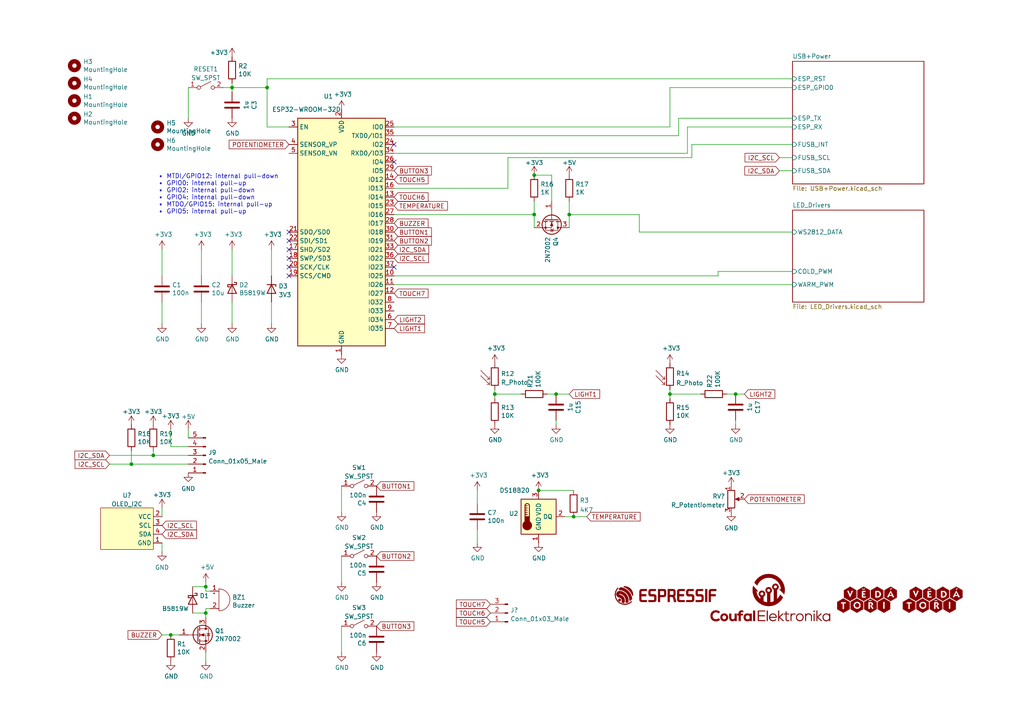
<source format=kicad_sch>
(kicad_sch (version 20211123) (generator eeschema)
  (paper "A4")
  (lib_symbols
    (symbol "Connector:Conn_01x03_Male" (pin_names (offset 1.016) hide)
      (property "Reference" "J" (at 0 5.08 0))
      (property "Value" "Conn_01x03_Male" (at 0 -5.08 0))
      (symbol "Conn_01x03_Male_1_1"
        (pin passive line (at 5.08 2.54 180) (length 3.81) (name "Pin_1") (number "1"))
        (pin passive line (at 5.08 0 180) (length 3.81) (name "Pin_2") (number "2"))
        (pin passive line (at 5.08 -2.54 180) (length 3.81) (name "Pin_3") (number "3"))
      )
    )
    (symbol "Connector:Conn_01x05_Male" (pin_names (offset 1.016) hide)
      (property "Reference" "J" (at 0 7.62 0))
      (property "Value" "Conn_01x05_Male" (at 0 -7.62 0))
      (symbol "Conn_01x05_Male_1_1"
        (pin passive line (at 5.08 5.08 180) (length 3.81) (name "Pin_1") (number "1"))
        (pin passive line (at 5.08 2.54 180) (length 3.81) (name "Pin_2") (number "2"))
        (pin passive line (at 5.08 0 180) (length 3.81) (name "Pin_3") (number "3"))
        (pin passive line (at 5.08 -2.54 180) (length 3.81) (name "Pin_4") (number "4"))
        (pin passive line (at 5.08 -5.08 180) (length 3.81) (name "Pin_5") (number "5"))
      )
    )
    (symbol "Device:Buzzer" (pin_names (offset 0.0254) hide)
      (property "Reference" "BZ" (at 3.81 1.27 0))
      (property "Value" "Buzzer" (at 3.81 -1.27 0))
      (symbol "Buzzer_1_1"
        (pin passive line (at -2.54 2.54 0) (length 2.54) (name "-") (number "1"))
        (pin passive line (at -2.54 -2.54 0) (length 2.54) (name "+") (number "2"))
      )
    )
    (symbol "Device:C" (pin_numbers hide) (pin_names (offset 0.254))
      (property "Reference" "C" (at 0.635 2.54 0))
      (property "Value" "C" (at 0.635 -2.54 0))
      (symbol "C_1_1"
        (pin passive line (at 0 3.81 270) (length 2.794) (name "~") (number "1"))
        (pin passive line (at 0 -3.81 90) (length 2.794) (name "~") (number "2"))
      )
    )
    (symbol "Device:D_Schottky" (pin_numbers hide) (pin_names (offset 1.016) hide)
      (property "Reference" "D" (at 0 2.54 0))
      (property "Value" "D_Schottky" (at 0 -2.54 0))
      (symbol "D_Schottky_1_1"
        (pin passive line (at -3.81 0 0) (length 2.54) (name "K") (number "1"))
        (pin passive line (at 3.81 0 180) (length 2.54) (name "A") (number "2"))
      )
    )
    (symbol "Device:D_Zener" (pin_numbers hide) (pin_names (offset 1.016) hide)
      (property "Reference" "D" (at 0 2.54 0))
      (property "Value" "D_Zener" (at 0 -2.54 0))
      (symbol "D_Zener_1_1"
        (pin passive line (at -3.81 0 0) (length 2.54) (name "K") (number "1"))
        (pin passive line (at 3.81 0 180) (length 2.54) (name "A") (number "2"))
      )
    )
    (symbol "Device:R" (pin_numbers hide) (pin_names (offset 0))
      (property "Reference" "R" (at 2.032 0 90))
      (property "Value" "R" (at 0 0 90))
      (symbol "R_1_1"
        (pin passive line (at 0 3.81 270) (length 1.27) (name "~") (number "1"))
        (pin passive line (at 0 -3.81 90) (length 1.27) (name "~") (number "2"))
      )
    )
    (symbol "Device:R_Photo" (pin_numbers hide) (pin_names (offset 0))
      (property "Reference" "R" (at 1.27 1.27 0))
      (property "Value" "R_Photo" (at 1.27 0 0))
      (symbol "R_Photo_1_1"
        (pin passive line (at 0 3.81 270) (length 1.27) (name "~") (number "1"))
        (pin passive line (at 0 -3.81 90) (length 1.27) (name "~") (number "2"))
      )
    )
    (symbol "Device:R_Potentiometer" (pin_names (offset 1.016) hide)
      (property "Reference" "RV" (at -4.445 0 90))
      (property "Value" "R_Potentiometer" (at -2.54 0 90))
      (symbol "R_Potentiometer_1_1"
        (pin passive line (at 0 3.81 270) (length 1.27) (name "1") (number "1"))
        (pin passive line (at 3.81 0 180) (length 1.27) (name "2") (number "2"))
        (pin passive line (at 0 -3.81 90) (length 1.27) (name "3") (number "3"))
      )
    )
    (symbol "Mechanical:MountingHole" (pin_names (offset 1.016))
      (property "Reference" "H" (at 0 5.08 0))
      (property "Value" "MountingHole" (at 0 3.175 0))
    )
    (symbol "PaLampa_Library:OLED_I2C"
      (property "Reference" "U" (at -0.635 7.62 0))
      (property "Value" "OLED_I2C" (at -3.81 0 0))
      (symbol "OLED_I2C_1_1"
        (pin input line (at 8.89 -3.81 180) (length 2.54) (name "GND") (number "1"))
        (pin input line (at 8.89 3.81 180) (length 2.54) (name "VCC") (number "2"))
        (pin input line (at 8.89 1.27 180) (length 2.54) (name "SCL") (number "3"))
        (pin input line (at 8.89 -1.27 180) (length 2.54) (name "SDA") (number "4"))
      )
    )
    (symbol "RF_Module:ESP32-WROOM-32D"
      (property "Reference" "U" (at -12.7 34.29 0))
      (property "Value" "ESP32-WROOM-32D" (at 1.27 34.29 0))
      (symbol "ESP32-WROOM-32D_1_1"
        (pin power_in line (at 0 -35.56 90) (length 2.54) (name "GND") (number "1"))
        (pin bidirectional line (at 15.24 -12.7 180) (length 2.54) (name "IO25") (number "10"))
        (pin bidirectional line (at 15.24 -15.24 180) (length 2.54) (name "IO26") (number "11"))
        (pin bidirectional line (at 15.24 -17.78 180) (length 2.54) (name "IO27") (number "12"))
        (pin bidirectional line (at 15.24 10.16 180) (length 2.54) (name "IO14") (number "13"))
        (pin bidirectional line (at 15.24 15.24 180) (length 2.54) (name "IO12") (number "14"))
        (pin passive line (at 0 -35.56 90) (length 2.54) hide (name "GND") (number "15"))
        (pin bidirectional line (at 15.24 12.7 180) (length 2.54) (name "IO13") (number "16"))
        (pin bidirectional line (at -15.24 -5.08 0) (length 2.54) (name "SHD/SD2") (number "17"))
        (pin bidirectional line (at -15.24 -7.62 0) (length 2.54) (name "SWP/SD3") (number "18"))
        (pin bidirectional line (at -15.24 -12.7 0) (length 2.54) (name "SCS/CMD") (number "19"))
        (pin power_in line (at 0 35.56 270) (length 2.54) (name "VDD") (number "2"))
        (pin bidirectional line (at -15.24 -10.16 0) (length 2.54) (name "SCK/CLK") (number "20"))
        (pin bidirectional line (at -15.24 0 0) (length 2.54) (name "SDO/SD0") (number "21"))
        (pin bidirectional line (at -15.24 -2.54 0) (length 2.54) (name "SDI/SD1") (number "22"))
        (pin bidirectional line (at 15.24 7.62 180) (length 2.54) (name "IO15") (number "23"))
        (pin bidirectional line (at 15.24 25.4 180) (length 2.54) (name "IO2") (number "24"))
        (pin bidirectional line (at 15.24 30.48 180) (length 2.54) (name "IO0") (number "25"))
        (pin bidirectional line (at 15.24 20.32 180) (length 2.54) (name "IO4") (number "26"))
        (pin bidirectional line (at 15.24 5.08 180) (length 2.54) (name "IO16") (number "27"))
        (pin bidirectional line (at 15.24 2.54 180) (length 2.54) (name "IO17") (number "28"))
        (pin bidirectional line (at 15.24 17.78 180) (length 2.54) (name "IO5") (number "29"))
        (pin input line (at -15.24 30.48 0) (length 2.54) (name "EN") (number "3"))
        (pin bidirectional line (at 15.24 0 180) (length 2.54) (name "IO18") (number "30"))
        (pin bidirectional line (at 15.24 -2.54 180) (length 2.54) (name "IO19") (number "31"))
        (pin no_connect line (at -12.7 -27.94 0) (length 2.54) hide (name "NC") (number "32"))
        (pin bidirectional line (at 15.24 -5.08 180) (length 2.54) (name "IO21") (number "33"))
        (pin bidirectional line (at 15.24 22.86 180) (length 2.54) (name "RXD0/IO3") (number "34"))
        (pin bidirectional line (at 15.24 27.94 180) (length 2.54) (name "TXD0/IO1") (number "35"))
        (pin bidirectional line (at 15.24 -7.62 180) (length 2.54) (name "IO22") (number "36"))
        (pin bidirectional line (at 15.24 -10.16 180) (length 2.54) (name "IO23") (number "37"))
        (pin passive line (at 0 -35.56 90) (length 2.54) hide (name "GND") (number "38"))
        (pin passive line (at 0 -35.56 90) (length 2.54) hide (name "GND") (number "39"))
        (pin input line (at -15.24 25.4 0) (length 2.54) (name "SENSOR_VP") (number "4"))
        (pin input line (at -15.24 22.86 0) (length 2.54) (name "SENSOR_VN") (number "5"))
        (pin input line (at 15.24 -25.4 180) (length 2.54) (name "IO34") (number "6"))
        (pin input line (at 15.24 -27.94 180) (length 2.54) (name "IO35") (number "7"))
        (pin bidirectional line (at 15.24 -20.32 180) (length 2.54) (name "IO32") (number "8"))
        (pin bidirectional line (at 15.24 -22.86 180) (length 2.54) (name "IO33") (number "9"))
      )
    )
    (symbol "Sensor_Temperature:DS18B20" (pin_names (offset 1.016))
      (property "Reference" "U" (at -3.81 6.35 0))
      (property "Value" "DS18B20" (at 6.35 6.35 0))
      (symbol "DS18B20_1_1"
        (pin power_in line (at 0 -7.62 90) (length 2.54) (name "GND") (number "1"))
        (pin bidirectional line (at 7.62 0 180) (length 2.54) (name "DQ") (number "2"))
        (pin power_in line (at 0 7.62 270) (length 2.54) (name "VDD") (number "3"))
      )
    )
    (symbol "Switch:SW_SPST" (pin_names (offset 0) hide)
      (property "Reference" "SW" (at 0 3.175 0))
      (property "Value" "SW_SPST" (at 0 -2.54 0))
      (symbol "SW_SPST_1_1"
        (pin passive line (at -5.08 0 0) (length 2.54) (name "A") (number "1"))
        (pin passive line (at 5.08 0 180) (length 2.54) (name "B") (number "2"))
      )
    )
    (symbol "Time-O-Mat_Library:CoufalElektronika_logo" (pin_names (offset 1.016)))
    (symbol "Time-O-Mat_Library:Espressif_logo" (pin_names (offset 1.016)))
    (symbol "Time-O-Mat_Library:Vedatori_logo" (pin_names (offset 1.016)))
    (symbol "Transistor_FET:2N7002" (pin_names hide)
      (property "Reference" "Q" (at 5.08 1.905 0))
      (property "Value" "2N7002" (at 5.08 0 0))
      (symbol "2N7002_1_1"
        (pin input line (at -5.08 0 0) (length 2.54) (name "G") (number "1"))
        (pin passive line (at 2.54 -5.08 90) (length 2.54) (name "S") (number "2"))
        (pin passive line (at 2.54 5.08 270) (length 2.54) (name "D") (number "3"))
      )
    )
    (symbol "power:+3V3" (power) (pin_names (offset 0))
      (property "Value" "+3V3" (at 0 3.556 0))
      (symbol "+3V3_1_1"
        (pin power_in line (at 0 0 90) (length 0) hide (name "+3V3") (number "1"))
      )
    )
    (symbol "power:+5V" (power) (pin_names (offset 0))
      (property "Value" "+5V" (at 0 3.556 0))
      (symbol "+5V_1_1"
        (pin power_in line (at 0 0 90) (length 0) hide (name "+5V") (number "1"))
      )
    )
    (symbol "power:GND" (power) (pin_names (offset 0))
      (property "Value" "GND" (at 0 -3.81 0))
      (symbol "GND_1_1"
        (pin power_in line (at 0 0 270) (length 0) hide (name "GND") (number "1"))
      )
    )
  )
  (junction (at 143.51 114.3))
  (junction (at 161.29 114.3))
  (junction (at 59.69 170.18))
  (junction (at 49.53 184.15))
  (junction (at 156.21 142.24))
  (junction (at 165.1 62.23))
  (junction (at 154.94 50.8))
  (junction (at 166.37 149.86))
  (junction (at 77.47 25.4))
  (junction (at 38.1 134.62))
  (junction (at 213.36 114.3))
  (junction (at 194.31 114.3))
  (junction (at 44.45 132.08))
  (junction (at 59.69 177.8))
  (junction (at 154.94 62.23))
  (junction (at 67.31 25.4))
  (no_connect (at 83.82 69.85))
  (no_connect (at 83.82 72.39))
  (no_connect (at 114.3 77.47))
  (no_connect (at 83.82 74.93))
  (no_connect (at 114.3 46.99))
  (no_connect (at 83.82 80.01))
  (no_connect (at 114.3 41.91))
  (no_connect (at 83.82 77.47))
  (no_connect (at 83.82 67.31))
  (wire (pts (xy 77.47 36.83) (xy 77.47 25.4)))
  (wire (pts (xy 229.87 25.4) (xy 194.31 25.4)))
  (wire (pts (xy 67.31 25.4) (xy 77.47 25.4)))
  (wire (pts (xy 59.69 191.77) (xy 59.69 189.23)))
  (wire (pts (xy 226.06 49.53) (xy 229.87 49.53)))
  (wire (pts (xy 138.43 153.67) (xy 138.43 157.48)))
  (wire (pts (xy 64.77 25.4) (xy 67.31 25.4)))
  (wire (pts (xy 60.96 176.53) (xy 59.69 176.53)))
  (wire (pts (xy 163.83 149.86) (xy 166.37 149.86)))
  (wire (pts (xy 160.02 50.8) (xy 154.94 50.8)))
  (wire (pts (xy 208.28 78.74) (xy 208.28 80.01)))
  (wire (pts (xy 78.74 72.39) (xy 78.74 80.01)))
  (wire (pts (xy 229.87 67.31) (xy 185.42 67.31)))
  (wire (pts (xy 114.3 82.55) (xy 229.87 82.55)))
  (wire (pts (xy 208.28 78.74) (xy 229.87 78.74)))
  (wire (pts (xy 143.51 114.3) (xy 151.13 114.3)))
  (wire (pts (xy 31.75 134.62) (xy 38.1 134.62)))
  (wire (pts (xy 77.47 22.86) (xy 229.87 22.86)))
  (wire (pts (xy 114.3 62.23) (xy 154.94 62.23)))
  (wire (pts (xy 161.29 114.3) (xy 165.1 114.3)))
  (wire (pts (xy 185.42 67.31) (xy 185.42 62.23)))
  (wire (pts (xy 54.61 124.46) (xy 54.61 127)))
  (wire (pts (xy 229.87 41.91) (xy 200.66 41.91)))
  (wire (pts (xy 196.85 34.29) (xy 196.85 39.37)))
  (wire (pts (xy 59.69 171.45) (xy 60.96 171.45)))
  (wire (pts (xy 154.94 58.42) (xy 154.94 62.23)))
  (wire (pts (xy 138.43 146.05) (xy 138.43 142.24)))
  (wire (pts (xy 59.69 170.18) (xy 55.88 170.18)))
  (wire (pts (xy 194.31 113.03) (xy 194.31 114.3)))
  (wire (pts (xy 67.31 93.98) (xy 67.31 87.63)))
  (wire (pts (xy 67.31 80.01) (xy 67.31 72.39)))
  (wire (pts (xy 185.42 62.23) (xy 165.1 62.23)))
  (wire (pts (xy 229.87 36.83) (xy 199.39 36.83)))
  (wire (pts (xy 194.31 114.3) (xy 194.31 115.57)))
  (wire (pts (xy 59.69 168.91) (xy 59.69 170.18)))
  (wire (pts (xy 226.06 45.72) (xy 229.87 45.72)))
  (wire (pts (xy 67.31 26.67) (xy 67.31 25.4)))
  (wire (pts (xy 99.06 181.61) (xy 99.06 189.23)))
  (wire (pts (xy 199.39 44.45) (xy 114.3 44.45)))
  (wire (pts (xy 196.85 39.37) (xy 114.3 39.37)))
  (wire (pts (xy 46.99 80.01) (xy 46.99 72.39)))
  (wire (pts (xy 199.39 36.83) (xy 199.39 44.45)))
  (wire (pts (xy 49.53 129.54) (xy 49.53 124.46)))
  (wire (pts (xy 143.51 114.3) (xy 143.51 115.57)))
  (wire (pts (xy 49.53 184.15) (xy 46.99 184.15)))
  (wire (pts (xy 99.06 140.97) (xy 99.06 148.59)))
  (wire (pts (xy 114.3 80.01) (xy 208.28 80.01)))
  (wire (pts (xy 44.45 132.08) (xy 54.61 132.08)))
  (wire (pts (xy 46.99 87.63) (xy 46.99 93.98)))
  (wire (pts (xy 44.45 130.81) (xy 44.45 132.08)))
  (wire (pts (xy 143.51 113.03) (xy 143.51 114.3)))
  (wire (pts (xy 213.36 114.3) (xy 215.9 114.3)))
  (wire (pts (xy 194.31 25.4) (xy 194.31 36.83)))
  (wire (pts (xy 147.32 45.72) (xy 147.32 54.61)))
  (wire (pts (xy 166.37 149.86) (xy 170.18 149.86)))
  (wire (pts (xy 54.61 129.54) (xy 49.53 129.54)))
  (wire (pts (xy 58.42 72.39) (xy 58.42 80.01)))
  (wire (pts (xy 54.61 25.4) (xy 54.61 34.29)))
  (wire (pts (xy 156.21 142.24) (xy 166.37 142.24)))
  (wire (pts (xy 77.47 25.4) (xy 77.47 22.86)))
  (wire (pts (xy 194.31 114.3) (xy 203.2 114.3)))
  (wire (pts (xy 160.02 58.42) (xy 160.02 50.8)))
  (wire (pts (xy 38.1 134.62) (xy 54.61 134.62)))
  (wire (pts (xy 59.69 177.8) (xy 55.88 177.8)))
  (wire (pts (xy 213.36 121.92) (xy 213.36 123.19)))
  (wire (pts (xy 58.42 87.63) (xy 58.42 93.98)))
  (wire (pts (xy 229.87 34.29) (xy 196.85 34.29)))
  (wire (pts (xy 194.31 36.83) (xy 114.3 36.83)))
  (wire (pts (xy 161.29 121.92) (xy 161.29 123.19)))
  (wire (pts (xy 99.06 161.29) (xy 99.06 168.91)))
  (wire (pts (xy 59.69 176.53) (xy 59.69 177.8)))
  (wire (pts (xy 46.99 157.48) (xy 46.99 160.02)))
  (wire (pts (xy 83.82 36.83) (xy 77.47 36.83)))
  (wire (pts (xy 165.1 58.42) (xy 165.1 62.23)))
  (wire (pts (xy 31.75 132.08) (xy 44.45 132.08)))
  (wire (pts (xy 154.94 62.23) (xy 154.94 66.04)))
  (wire (pts (xy 210.82 114.3) (xy 213.36 114.3)))
  (wire (pts (xy 59.69 170.18) (xy 59.69 171.45)))
  (wire (pts (xy 78.74 87.63) (xy 78.74 93.98)))
  (wire (pts (xy 165.1 62.23) (xy 165.1 66.04)))
  (wire (pts (xy 200.66 45.72) (xy 147.32 45.72)))
  (wire (pts (xy 46.99 147.32) (xy 46.99 149.86)))
  (wire (pts (xy 52.07 184.15) (xy 49.53 184.15)))
  (wire (pts (xy 200.66 41.91) (xy 200.66 45.72)))
  (wire (pts (xy 59.69 177.8) (xy 59.69 179.07)))
  (wire (pts (xy 158.75 114.3) (xy 161.29 114.3)))
  (wire (pts (xy 67.31 25.4) (xy 67.31 24.13)))
  (wire (pts (xy 38.1 130.81) (xy 38.1 134.62)))
  (wire (pts (xy 147.32 54.61) (xy 114.3 54.61)))
  (text "• MTDI/GPIO12: internal pull-down\n• GPIO0: internal pull-up\n• GPIO2: internal pull-down\n• GPIO4: internal pull-down\n• MTDO/GPIO15: internal pull-up\n• GPIO5: internal pull-up" (at 45.72 62.23 0) (effects (font (size 1.27 1.27)) (justify left bottom)))
  (global_label "I2C_SDA" (shape input) (at 114.3 72.39 0) (property "Intersheet References" "${INTERSHEET_REFS}" (effects hide)))
  (global_label "LIGHT2" (shape input) (at 114.3 92.71 0) (property "Intersheet References" "${INTERSHEET_REFS}" (effects hide)))
  (global_label "I2C_SCL" (shape input) (at 114.3 74.93 0) (property "Intersheet References" "${INTERSHEET_REFS}" (effects hide)))
  (global_label "BUZZER" (shape input) (at 46.99 184.15 180) (property "Intersheet References" "${INTERSHEET_REFS}" (effects hide)))
  (global_label "TOUCH7" (shape input) (at 114.3 85.09 0) (property "Intersheet References" "${INTERSHEET_REFS}" (effects hide)))
  (global_label "BUTTON2" (shape input) (at 109.22 161.29 0) (property "Intersheet References" "${INTERSHEET_REFS}" (effects hide)))
  (global_label "TOUCH5" (shape input) (at 114.3 52.07 0) (property "Intersheet References" "${INTERSHEET_REFS}" (effects hide)))
  (global_label "POTENTIOMETER" (shape input) (at 83.82 41.91 180) (property "Intersheet References" "${INTERSHEET_REFS}" (effects hide)))
  (global_label "BUTTON3" (shape input) (at 114.3 49.53 0) (property "Intersheet References" "${INTERSHEET_REFS}" (effects hide)))
  (global_label "TOUCH6" (shape input) (at 142.24 177.8 180) (property "Intersheet References" "${INTERSHEET_REFS}" (effects hide)))
  (global_label "TEMPERATURE" (shape input) (at 170.18 149.86 0) (property "Intersheet References" "${INTERSHEET_REFS}" (effects hide)))
  (global_label "POTENTIOMETER" (shape input) (at 215.9 144.78 0) (property "Intersheet References" "${INTERSHEET_REFS}" (effects hide)))
  (global_label "TOUCH6" (shape input) (at 114.3 57.15 0) (property "Intersheet References" "${INTERSHEET_REFS}" (effects hide)))
  (global_label "BUTTON3" (shape input) (at 109.22 181.61 0) (property "Intersheet References" "${INTERSHEET_REFS}" (effects hide)))
  (global_label "BUTTON1" (shape input) (at 109.22 140.97 0) (property "Intersheet References" "${INTERSHEET_REFS}" (effects hide)))
  (global_label "I2C_SDA" (shape input) (at 31.75 132.08 180) (property "Intersheet References" "${INTERSHEET_REFS}" (effects hide)))
  (global_label "I2C_SCL" (shape input) (at 46.99 152.4 0) (property "Intersheet References" "${INTERSHEET_REFS}" (effects hide)))
  (global_label "LIGHT1" (shape input) (at 114.3 95.25 0) (property "Intersheet References" "${INTERSHEET_REFS}" (effects hide)))
  (global_label "BUZZER" (shape input) (at 114.3 64.77 0) (property "Intersheet References" "${INTERSHEET_REFS}" (effects hide)))
  (global_label "BUTTON1" (shape input) (at 114.3 67.31 0) (property "Intersheet References" "${INTERSHEET_REFS}" (effects hide)))
  (global_label "BUTTON2" (shape input) (at 114.3 69.85 0) (property "Intersheet References" "${INTERSHEET_REFS}" (effects hide)))
  (global_label "LIGHT1" (shape input) (at 165.1 114.3 0) (property "Intersheet References" "${INTERSHEET_REFS}" (effects hide)))
  (global_label "TEMPERATURE" (shape input) (at 114.3 59.69 0) (property "Intersheet References" "${INTERSHEET_REFS}" (effects hide)))
  (global_label "I2C_SCL" (shape input) (at 31.75 134.62 180) (property "Intersheet References" "${INTERSHEET_REFS}" (effects hide)))
  (global_label "TOUCH7" (shape input) (at 142.24 175.26 180) (property "Intersheet References" "${INTERSHEET_REFS}" (effects hide)))
  (global_label "LIGHT2" (shape input) (at 215.9 114.3 0) (property "Intersheet References" "${INTERSHEET_REFS}" (effects hide)))
  (global_label "I2C_SCL" (shape input) (at 226.06 45.72 180) (property "Intersheet References" "${INTERSHEET_REFS}" (effects hide)))
  (global_label "I2C_SDA" (shape input) (at 226.06 49.53 180) (property "Intersheet References" "${INTERSHEET_REFS}" (effects hide)))
  (global_label "TOUCH5" (shape input) (at 142.24 180.34 180) (property "Intersheet References" "${INTERSHEET_REFS}" (effects hide)))
  (global_label "I2C_SDA" (shape input) (at 46.99 154.94 0) (property "Intersheet References" "${INTERSHEET_REFS}" (effects hide)))
  (symbol (lib_id "power:GND") (at 161.29 123.19 0) (unit 1)
    (property "Reference" "#PWR0181" (effects hide))
    (property "Value" "GND" (at 161.417 127.5842 0))
  )
  (symbol (lib_id "power:+5V") (at 59.69 168.91 0) (unit 1)
    (property "Reference" "#PWR0124" (effects hide))
    (property "Value" "+5V" (at 60.071 164.5158 0))
  )
  (symbol (lib_id "Switch:SW_SPST") (at 104.14 161.29 0) (unit 1)
    (property "Reference" "SW2" (at 104.14 155.9392 0))
    (property "Value" "SW_SPST" (at 104.14 158.4761 0))
    (property "Footprint" "Button_Switch_THT:SW_PUSH_6mm_H13mm" (effects hide))
  )
  (symbol (lib_id "Transistor_FET:2N7002") (at 160.02 63.5 270) (unit 1)
    (property "Reference" "Q4" (at 161.1884 68.6816 0) (effects (justify left)))
    (property "Value" "2N7002" (at 158.877 68.6816 0) (effects (justify left)))
    (property "Footprint" "Package_TO_SOT_SMD:SOT-23" (effects hide))
    (property "Datasheet" "https://www.onsemi.com/pub/Collateral/NDS7002A-D.PDF" (effects hide))
    (property "LCSC" "C8545" (effects hide))
  )
  (symbol (lib_id "power:+3V3") (at 44.45 123.19 0) (unit 1)
    (property "Reference" "#PWR0170" (effects hide))
    (property "Value" "+3V3" (at 44.45 119.38 0))
  )
  (symbol (lib_id "power:GND") (at 109.22 148.59 0) (unit 1)
    (property "Reference" "#PWR0106" (effects hide))
    (property "Value" "GND" (at 109.347 152.9842 0))
  )
  (symbol (lib_id "Switch:SW_SPST") (at 59.69 25.4 0) (unit 1)
    (property "Reference" "RESET1" (at 59.69 20.0492 0))
    (property "Value" "SW_SPST" (at 59.69 22.5861 0))
    (property "Footprint" "Button_Switch_SMD:SW_SPST_TL3342" (effects hide))
    (property "LCSC" "C318884" (effects hide))
  )
  (symbol (lib_id "PaLampa_Library:OLED_I2C") (at 38.1 153.67 0) (unit 1)
    (property "Reference" "U?" (at 36.83 143.671 0))
    (property "Value" "OLED_I2C" (at 36.83 146.2079 0))
    (property "Footprint" "PaLampa_Library:Display_128x64_096_I2C" (effects hide))
  )
  (symbol (lib_id "power:+3V3") (at 138.43 142.24 0) (unit 1)
    (property "Reference" "#PWR0137" (effects hide))
    (property "Value" "+3V3" (at 138.811 137.8458 0))
  )
  (symbol (lib_id "power:GND") (at 109.22 189.23 0) (unit 1)
    (property "Reference" "#PWR0109" (effects hide))
    (property "Value" "GND" (at 109.347 193.6242 0))
  )
  (symbol (lib_id "Device:C") (at 138.43 149.86 0) (unit 1)
    (property "Reference" "C7" (at 141.351 148.6916 0) (effects (justify left)))
    (property "Value" "100n" (at 141.351 151.003 0) (effects (justify left)))
    (property "Footprint" "Capacitor_SMD:C_0603_1608Metric" (effects hide))
    (property "LCSC" "C14663" (effects hide))
  )
  (symbol (lib_id "power:GND") (at 156.21 157.48 0) (unit 1)
    (property "Reference" "#PWR0140" (effects hide))
    (property "Value" "GND" (at 156.337 161.8742 0))
  )
  (symbol (lib_id "power:GND") (at 46.99 160.02 0) (unit 1)
    (property "Reference" "#PWR?" (effects hide))
    (property "Value" "GND" (at 46.99 164.5825 0))
  )
  (symbol (lib_id "Mechanical:MountingHole") (at 21.59 34.29 0) (unit 1)
    (property "Reference" "H2" (at 24.13 33.1216 0) (effects (justify left)))
    (property "Value" "MountingHole" (at 24.13 35.433 0) (effects (justify left)))
    (property "Footprint" "MountingHole:MountingHole_3.2mm_M3" (effects hide))
  )
  (symbol (lib_id "power:GND") (at 109.22 168.91 0) (unit 1)
    (property "Reference" "#PWR0107" (effects hide))
    (property "Value" "GND" (at 109.347 173.3042 0))
  )
  (symbol (lib_id "Switch:SW_SPST") (at 104.14 140.97 0) (unit 1)
    (property "Reference" "SW1" (at 104.14 135.6192 0))
    (property "Value" "SW_SPST" (at 104.14 138.1561 0))
    (property "Footprint" "Button_Switch_THT:SW_PUSH_6mm_H13mm" (effects hide))
  )
  (symbol (lib_id "power:+3V3") (at 194.31 105.41 0) (unit 1)
    (property "Reference" "#PWR0164" (effects hide))
    (property "Value" "+3V3" (at 194.691 101.0158 0))
  )
  (symbol (lib_id "Device:C") (at 67.31 30.48 180) (unit 1)
    (property "Reference" "C3" (at 73.7108 30.48 90))
    (property "Value" "1u" (at 71.3994 30.48 90))
    (property "Footprint" "Capacitor_SMD:C_0603_1608Metric" (effects hide))
    (property "LCSC" "C15849" (effects hide))
  )
  (symbol (lib_id "Device:R") (at 165.1 54.61 0) (unit 1)
    (property "Reference" "R17" (at 166.878 53.4416 0) (effects (justify left)))
    (property "Value" "1K" (at 166.878 55.753 0) (effects (justify left)))
    (property "Footprint" "Resistor_SMD:R_0603_1608Metric" (effects hide))
    (property "LCSC" "C21190" (effects hide))
  )
  (symbol (lib_id "power:GND") (at 138.43 157.48 0) (unit 1)
    (property "Reference" "#PWR0138" (effects hide))
    (property "Value" "GND" (at 138.557 161.8742 0))
  )
  (symbol (lib_id "power:+3V3") (at 156.21 142.24 0) (unit 1)
    (property "Reference" "#PWR0136" (effects hide))
    (property "Value" "+3V3" (at 156.591 137.8458 0))
  )
  (symbol (lib_id "Device:C") (at 109.22 144.78 180) (unit 1)
    (property "Reference" "C4" (at 106.299 145.9484 0) (effects (justify left)))
    (property "Value" "100n" (at 106.299 143.637 0) (effects (justify left)))
    (property "Footprint" "Capacitor_SMD:C_0603_1608Metric" (effects hide))
    (property "LCSC" "C14663" (effects hide))
  )
  (symbol (lib_id "power:+3V3") (at 78.74 72.39 0) (unit 1)
    (property "Reference" "#PWR0154" (effects hide))
    (property "Value" "+3V3" (at 79.121 67.9958 0))
  )
  (symbol (lib_id "power:GND") (at 67.31 34.29 0) (unit 1)
    (property "Reference" "#PWR0132" (effects hide))
    (property "Value" "GND" (at 67.437 38.6842 0))
  )
  (symbol (lib_id "Mechanical:MountingHole") (at 21.59 19.05 0) (unit 1)
    (property "Reference" "H3" (at 24.13 17.8816 0) (effects (justify left)))
    (property "Value" "MountingHole" (at 24.13 20.193 0) (effects (justify left)))
    (property "Footprint" "MountingHole:MountingHole_3.2mm_M3" (effects hide))
  )
  (symbol (lib_id "power:+3V3") (at 99.06 31.75 0) (unit 1)
    (property "Reference" "#PWR0115" (effects hide))
    (property "Value" "+3V3" (at 99.441 27.3558 0))
  )
  (symbol (lib_id "Time-O-Mat_Library:Espressif_logo") (at 193.04 172.72 0) (unit 1)
    (property "Reference" "G5" (effects hide))
    (property "Value" "Espressif_logo" (effects hide))
    (property "Footprint" "Time-O-Mat_Library:Espressif_logo_30mm" (effects hide))
  )
  (symbol (lib_id "Connector:Conn_01x05_Male") (at 59.69 132.08 180) (unit 1)
    (property "Reference" "J9" (at 60.4012 131.2453 0) (effects (justify right)))
    (property "Value" "Conn_01x05_Male" (at 60.4012 133.7822 0) (effects (justify right)))
    (property "Footprint" "Connector_PinHeader_2.54mm:PinHeader_1x05_P2.54mm_Vertical" (effects hide))
  )
  (symbol (lib_id "power:GND") (at 99.06 102.87 0) (unit 1)
    (property "Reference" "#PWR0116" (effects hide))
    (property "Value" "GND" (at 99.187 107.2642 0))
  )
  (symbol (lib_id "Device:C") (at 161.29 118.11 180) (unit 1)
    (property "Reference" "C15" (at 167.6908 118.11 90))
    (property "Value" "1u" (at 165.3794 118.11 90))
    (property "Footprint" "Capacitor_SMD:C_0603_1608Metric" (effects hide))
    (property "LCSC" "C15849" (effects hide))
  )
  (symbol (lib_id "Time-O-Mat_Library:Vedatori_logo") (at 251.46 173.99 0) (unit 1)
    (property "Reference" "G2" (effects hide))
    (property "Value" "Vedatori_logo" (effects hide))
    (property "Footprint" "Time-O-Mat_Library:Vedatori_15mm" (effects hide))
  )
  (symbol (lib_id "power:+3V3") (at 46.99 147.32 0) (unit 1)
    (property "Reference" "#PWR?" (effects hide))
    (property "Value" "+3V3" (at 46.99 143.51 0))
  )
  (symbol (lib_id "Mechanical:MountingHole") (at 21.59 24.13 0) (unit 1)
    (property "Reference" "H4" (at 24.13 22.9616 0) (effects (justify left)))
    (property "Value" "MountingHole" (at 24.13 25.273 0) (effects (justify left)))
    (property "Footprint" "MountingHole:MountingHole_3.2mm_M3" (effects hide))
  )
  (symbol (lib_id "Device:C") (at 109.22 165.1 180) (unit 1)
    (property "Reference" "C5" (at 106.299 166.2684 0) (effects (justify left)))
    (property "Value" "100n" (at 106.299 163.957 0) (effects (justify left)))
    (property "Footprint" "Capacitor_SMD:C_0603_1608Metric" (effects hide))
    (property "LCSC" "C14663" (effects hide))
  )
  (symbol (lib_id "power:GND") (at 67.31 93.98 0) (unit 1)
    (property "Reference" "#PWR0134" (effects hide))
    (property "Value" "GND" (at 67.437 98.3742 0))
  )
  (symbol (lib_id "power:GND") (at 99.06 168.91 0) (unit 1)
    (property "Reference" "#PWR0108" (effects hide))
    (property "Value" "GND" (at 99.187 173.3042 0))
  )
  (symbol (lib_id "power:+3V3") (at 154.94 50.8 0) (unit 1)
    (property "Reference" "#PWR0167" (effects hide))
    (property "Value" "+3V3" (at 154.94 47.1955 0))
  )
  (symbol (lib_id "Mechanical:MountingHole") (at 45.72 36.83 0) (unit 1)
    (property "Reference" "H5" (at 48.26 35.6616 0) (effects (justify left)))
    (property "Value" "MountingHole" (at 48.26 37.973 0) (effects (justify left)))
    (property "Footprint" "MountingHole:MountingHole_3.2mm_M3" (effects hide))
  )
  (symbol (lib_id "Device:D_Schottky") (at 67.31 83.82 270) (unit 1)
    (property "Reference" "D2" (at 69.342 82.6516 90) (effects (justify left)))
    (property "Value" "B5819W" (at 69.342 84.963 90) (effects (justify left)))
    (property "Footprint" "Diode_SMD:D_SOD-123" (effects hide))
    (property "LCSC" "C8598" (effects hide))
  )
  (symbol (lib_id "Device:R_Photo") (at 194.31 109.22 0) (unit 1)
    (property "Reference" "R14" (at 196.088 108.3115 0) (effects (justify left)))
    (property "Value" "R_Photo" (at 196.088 111.0866 0) (effects (justify left)))
    (property "Footprint" "OptoDevice:R_LDR_5.1x4.3mm_P3.4mm_Vertical" (effects hide))
  )
  (symbol (lib_id "power:+3V3") (at 212.09 140.97 0) (unit 1)
    (property "Reference" "#PWR?" (effects hide))
    (property "Value" "+3V3" (at 212.09 137.16 0))
  )
  (symbol (lib_id "power:+3V3") (at 67.31 16.51 0) (unit 1)
    (property "Reference" "#PWR0133" (effects hide))
    (property "Value" "+3V3" (at 63.5 15.24 0))
  )
  (symbol (lib_id "Mechanical:MountingHole") (at 45.72 41.91 0) (unit 1)
    (property "Reference" "H6" (at 48.26 40.7416 0) (effects (justify left)))
    (property "Value" "MountingHole" (at 48.26 43.053 0) (effects (justify left)))
    (property "Footprint" "MountingHole:MountingHole_3.2mm_M3" (effects hide))
  )
  (symbol (lib_id "Device:R") (at 154.94 54.61 0) (unit 1)
    (property "Reference" "R16" (at 156.718 53.4416 0) (effects (justify left)))
    (property "Value" "1K" (at 156.718 55.753 0) (effects (justify left)))
    (property "Footprint" "Resistor_SMD:R_0603_1608Metric" (effects hide))
    (property "LCSC" "C21190" (effects hide))
  )
  (symbol (lib_id "Switch:SW_SPST") (at 104.14 181.61 0) (unit 1)
    (property "Reference" "SW3" (at 104.14 176.2592 0))
    (property "Value" "SW_SPST" (at 104.14 178.7961 0))
    (property "Footprint" "Button_Switch_THT:SW_PUSH_6mm_H13mm" (effects hide))
  )
  (symbol (lib_id "Device:R") (at 143.51 119.38 0) (unit 1)
    (property "Reference" "R13" (at 145.288 118.2116 0) (effects (justify left)))
    (property "Value" "10K" (at 145.288 120.523 0) (effects (justify left)))
    (property "Footprint" "Resistor_SMD:R_0603_1608Metric" (effects hide))
    (property "LCSC" "C25804" (effects hide))
  )
  (symbol (lib_id "power:GND") (at 143.51 123.19 0) (unit 1)
    (property "Reference" "#PWR0161" (effects hide))
    (property "Value" "GND" (at 143.637 127.5842 0))
  )
  (symbol (lib_id "Device:C") (at 58.42 83.82 0) (unit 1)
    (property "Reference" "C2" (at 61.341 82.6516 0) (effects (justify left)))
    (property "Value" "10u" (at 61.341 84.963 0) (effects (justify left)))
    (property "Footprint" "Capacitor_SMD:C_0805_2012Metric" (effects hide))
    (property "LCSC" "C15850" (effects hide))
  )
  (symbol (lib_id "Device:R") (at 154.94 114.3 90) (unit 1)
    (property "Reference" "R21" (at 153.7716 112.522 0) (effects (justify left)))
    (property "Value" "100K" (at 156.083 112.522 0) (effects (justify left)))
    (property "Footprint" "Resistor_SMD:R_0603_1608Metric" (effects hide))
    (property "LCSC" "C25803" (effects hide))
  )
  (symbol (lib_id "Connector:Conn_01x03_Male") (at 147.32 177.8 180) (unit 1)
    (property "Reference" "J?" (at 148.0312 176.9653 0) (effects (justify right)))
    (property "Value" "Conn_01x03_Male" (at 148.0312 179.5022 0) (effects (justify right)))
    (property "Footprint" "Connector_PinHeader_2.54mm:PinHeader_1x03_P2.54mm_Vertical" (effects hide))
  )
  (symbol (lib_id "Device:R") (at 67.31 20.32 0) (unit 1)
    (property "Reference" "R2" (at 69.088 19.1516 0) (effects (justify left)))
    (property "Value" "10K" (at 69.088 21.463 0) (effects (justify left)))
    (property "Footprint" "Resistor_SMD:R_0603_1608Metric" (effects hide))
    (property "LCSC" "C25804" (effects hide))
  )
  (symbol (lib_id "Device:C") (at 213.36 118.11 180) (unit 1)
    (property "Reference" "C17" (at 219.7608 118.11 90))
    (property "Value" "1u" (at 217.4494 118.11 90))
    (property "Footprint" "Capacitor_SMD:C_0603_1608Metric" (effects hide))
    (property "LCSC" "C15849" (effects hide))
  )
  (symbol (lib_id "power:GND") (at 54.61 34.29 0) (unit 1)
    (property "Reference" "#PWR0176" (effects hide))
    (property "Value" "GND" (at 54.737 38.6842 0))
  )
  (symbol (lib_id "power:GND") (at 78.74 93.98 0) (unit 1)
    (property "Reference" "#PWR0149" (effects hide))
    (property "Value" "GND" (at 78.867 98.3742 0))
  )
  (symbol (lib_id "Mechanical:MountingHole") (at 21.59 29.21 0) (unit 1)
    (property "Reference" "H1" (at 24.13 28.0416 0) (effects (justify left)))
    (property "Value" "MountingHole" (at 24.13 30.353 0) (effects (justify left)))
    (property "Footprint" "MountingHole:MountingHole_3.2mm_M3" (effects hide))
  )
  (symbol (lib_id "Device:R") (at 166.37 146.05 0) (unit 1)
    (property "Reference" "R3" (at 168.148 145.1415 0) (effects (justify left)))
    (property "Value" "4K7" (at 168.148 147.9166 0) (effects (justify left)))
    (property "Footprint" "Resistor_SMD:R_0603_1608Metric" (effects hide))
    (property "LCSC" "C23162" (effects hide))
  )
  (symbol (lib_id "power:+3V3") (at 67.31 72.39 0) (unit 1)
    (property "Reference" "#PWR0129" (effects hide))
    (property "Value" "+3V3" (at 67.691 67.9958 0))
  )
  (symbol (lib_id "Device:R_Photo") (at 143.51 109.22 0) (unit 1)
    (property "Reference" "R12" (at 145.288 108.3853 0) (effects (justify left)))
    (property "Value" "R_Photo" (at 145.288 110.9222 0) (effects (justify left)))
    (property "Footprint" "Connector_JST:JST_XH_S2B-XH-A-1_1x02_P2.50mm_Horizontal" (effects hide))
  )
  (symbol (lib_id "power:GND") (at 54.61 137.16 0) (unit 1)
    (property "Reference" "#PWR0172" (effects hide))
    (property "Value" "GND" (at 54.61 141.7225 0))
  )
  (symbol (lib_id "Sensor_Temperature:DS18B20") (at 156.21 149.86 0) (unit 1)
    (property "Reference" "U2" (at 150.368 148.9515 0) (effects (justify right)))
    (property "Value" "DS18B20" (at 153.67 142.24 0) (effects (justify right)))
    (property "Footprint" "Package_TO_SOT_THT:TO-92_HandSolder" (effects hide))
    (property "Datasheet" "http://datasheets.maximintegrated.com/en/ds/DS18B20.pdf" (effects hide))
  )
  (symbol (lib_id "Device:R_Potentiometer") (at 212.09 144.78 0) (unit 1)
    (property "Reference" "RV?" (at 210.3121 143.9453 0) (effects (justify right)))
    (property "Value" "R_Potentiometer" (at 210.3121 146.4822 0) (effects (justify right)))
    (property "Footprint" "Potentiometer_THT:Potentiometer_Alps_RK09K_Single_Vertical" (effects hide))
  )
  (symbol (lib_id "power:GND") (at 59.69 191.77 0) (unit 1)
    (property "Reference" "#PWR0125" (effects hide))
    (property "Value" "GND" (at 59.817 196.1642 0))
  )
  (symbol (lib_id "Device:R") (at 44.45 127 0) (unit 1)
    (property "Reference" "R19" (at 46.228 125.8316 0) (effects (justify left)))
    (property "Value" "10K" (at 46.228 128.143 0) (effects (justify left)))
    (property "Footprint" "Resistor_SMD:R_0603_1608Metric" (effects hide))
    (property "LCSC" "C25804" (effects hide))
  )
  (symbol (lib_id "Device:D_Schottky") (at 55.88 173.99 270) (unit 1)
    (property "Reference" "D1" (at 57.912 172.8216 90) (effects (justify left)))
    (property "Value" "B5819W" (at 46.99 176.53 90) (effects (justify left)))
    (property "Footprint" "Diode_SMD:D_SOD-123" (effects hide))
    (property "LCSC" "C8598" (effects hide))
  )
  (symbol (lib_id "power:GND") (at 99.06 148.59 0) (unit 1)
    (property "Reference" "#PWR0105" (effects hide))
    (property "Value" "GND" (at 99.187 152.9842 0))
  )
  (symbol (lib_id "Transistor_FET:2N7002") (at 57.15 184.15 0) (unit 1)
    (property "Reference" "Q1" (at 62.3316 182.9816 0) (effects (justify left)))
    (property "Value" "2N7002" (at 62.3316 185.293 0) (effects (justify left)))
    (property "Footprint" "Package_TO_SOT_SMD:SOT-23" (effects hide))
    (property "Datasheet" "https://www.onsemi.com/pub/Collateral/NDS7002A-D.PDF" (effects hide))
    (property "LCSC" "C8545" (effects hide))
  )
  (symbol (lib_id "power:+3V3") (at 38.1 123.19 0) (unit 1)
    (property "Reference" "#PWR0171" (effects hide))
    (property "Value" "+3V3" (at 38.1 119.38 0))
  )
  (symbol (lib_id "Time-O-Mat_Library:Vedatori_logo") (at 270.51 173.99 0) (unit 1)
    (property "Reference" "G3" (effects hide))
    (property "Value" "Vedatori_logo" (effects hide))
    (property "Footprint" "Time-O-Mat_Library:Vedatori_15mm" (effects hide))
  )
  (symbol (lib_id "Device:C") (at 109.22 185.42 180) (unit 1)
    (property "Reference" "C6" (at 106.299 186.5884 0) (effects (justify left)))
    (property "Value" "100n" (at 106.299 184.277 0) (effects (justify left)))
    (property "Footprint" "Capacitor_SMD:C_0603_1608Metric" (effects hide))
    (property "LCSC" "C14663" (effects hide))
  )
  (symbol (lib_id "power:+3V3") (at 49.53 124.46 0) (unit 1)
    (property "Reference" "#PWR0169" (effects hide))
    (property "Value" "+3V3" (at 49.53 120.65 0))
  )
  (symbol (lib_id "power:GND") (at 213.36 123.19 0) (unit 1)
    (property "Reference" "#PWR0180" (effects hide))
    (property "Value" "GND" (at 213.487 127.5842 0))
  )
  (symbol (lib_id "power:+5V") (at 165.1 50.8 0) (unit 1)
    (property "Reference" "#PWR0168" (effects hide))
    (property "Value" "+5V" (at 165.1 47.1955 0))
  )
  (symbol (lib_id "power:+3V3") (at 143.51 105.41 0) (unit 1)
    (property "Reference" "#PWR0163" (effects hide))
    (property "Value" "+3V3" (at 143.891 101.0158 0))
  )
  (symbol (lib_id "Device:D_Zener") (at 78.74 83.82 270) (unit 1)
    (property "Reference" "D3" (at 80.772 82.9853 90) (effects (justify left)))
    (property "Value" "3V3" (at 80.772 85.5222 90) (effects (justify left)))
    (property "Footprint" "Diode_SMD:D_MiniMELF" (effects hide))
    (property "LCSC" "C8056" (effects hide))
  )
  (symbol (lib_id "power:GND") (at 99.06 189.23 0) (unit 1)
    (property "Reference" "#PWR0110" (effects hide))
    (property "Value" "GND" (at 99.187 193.6242 0))
  )
  (symbol (lib_id "Time-O-Mat_Library:CoufalElektronika_logo") (at 223.52 173.99 0) (unit 1)
    (property "Reference" "G1" (effects hide))
    (property "Value" "CoufalElektronika_logo" (effects hide))
    (property "Footprint" "Time-O-Mat_Library:Coufal_elektronika_text_30x13mm" (effects hide))
  )
  (symbol (lib_id "power:GND") (at 194.31 123.19 0) (unit 1)
    (property "Reference" "#PWR0162" (effects hide))
    (property "Value" "GND" (at 194.437 127.5842 0))
  )
  (symbol (lib_id "power:GND") (at 58.42 93.98 0) (unit 1)
    (property "Reference" "#PWR0135" (effects hide))
    (property "Value" "GND" (at 58.547 98.3742 0))
  )
  (symbol (lib_id "Device:R") (at 207.01 114.3 90) (unit 1)
    (property "Reference" "R22" (at 205.8416 112.522 0) (effects (justify left)))
    (property "Value" "100K" (at 208.153 112.522 0) (effects (justify left)))
    (property "Footprint" "Resistor_SMD:R_0603_1608Metric" (effects hide))
    (property "LCSC" "C25803" (effects hide))
  )
  (symbol (lib_id "power:+3V3") (at 46.99 72.39 0) (unit 1)
    (property "Reference" "#PWR0130" (effects hide))
    (property "Value" "+3V3" (at 47.371 67.9958 0))
  )
  (symbol (lib_id "power:GND") (at 49.53 191.77 0) (unit 1)
    (property "Reference" "#PWR0123" (effects hide))
    (property "Value" "GND" (at 49.657 196.1642 0))
  )
  (symbol (lib_id "Device:C") (at 46.99 83.82 0) (unit 1)
    (property "Reference" "C1" (at 49.911 82.6516 0) (effects (justify left)))
    (property "Value" "100n" (at 49.911 84.963 0) (effects (justify left)))
    (property "Footprint" "Capacitor_SMD:C_0603_1608Metric" (effects hide))
    (property "LCSC" "C14663" (effects hide))
  )
  (symbol (lib_id "RF_Module:ESP32-WROOM-32D") (at 99.06 67.31 0) (unit 1)
    (property "Reference" "U1" (at 95.25 27.94 0))
    (property "Value" "ESP32-WROOM-32D" (at 88.9 31.75 0))
    (property "Footprint" "RF_Module:ESP32-WROOM-32" (effects hide))
    (property "Datasheet" "https://www.espressif.com/sites/default/files/documentation/esp32-wroom-32d_esp32-wroom-32u_datasheet_en.pdf" (effects hide))
    (property "LCSC" "C529577" (effects hide))
  )
  (symbol (lib_id "Device:R") (at 38.1 127 0) (unit 1)
    (property "Reference" "R18" (at 39.878 125.8316 0) (effects (justify left)))
    (property "Value" "10K" (at 39.878 128.143 0) (effects (justify left)))
    (property "Footprint" "Resistor_SMD:R_0603_1608Metric" (effects hide))
    (property "LCSC" "C25804" (effects hide))
  )
  (symbol (lib_id "Device:Buzzer") (at 63.5 173.99 0) (unit 1)
    (property "Reference" "BZ1" (at 67.3608 173.2534 0) (effects (justify left)))
    (property "Value" "Buzzer" (at 67.3608 175.5648 0) (effects (justify left)))
    (property "Footprint" "Time-O-Mat_Library:Buzzer_12x9.5RM6.6" (effects hide))
  )
  (symbol (lib_id "Device:R") (at 194.31 119.38 0) (unit 1)
    (property "Reference" "R15" (at 196.088 118.2116 0) (effects (justify left)))
    (property "Value" "10K" (at 196.088 120.523 0) (effects (justify left)))
    (property "Footprint" "Resistor_SMD:R_0603_1608Metric" (effects hide))
    (property "LCSC" "C25804" (effects hide))
  )
  (symbol (lib_id "power:GND") (at 46.99 93.98 0) (unit 1)
    (property "Reference" "#PWR0131" (effects hide))
    (property "Value" "GND" (at 47.117 98.3742 0))
  )
  (symbol (lib_id "power:+3V3") (at 58.42 72.39 0) (unit 1)
    (property "Reference" "#PWR0128" (effects hide))
    (property "Value" "+3V3" (at 58.801 67.9958 0))
  )
  (symbol (lib_id "Device:R") (at 49.53 187.96 0) (unit 1)
    (property "Reference" "R1" (at 51.308 186.7916 0) (effects (justify left)))
    (property "Value" "10K" (at 51.308 189.103 0) (effects (justify left)))
    (property "Footprint" "Resistor_SMD:R_0603_1608Metric" (effects hide))
    (property "LCSC" "C25804" (effects hide))
  )
  (symbol (lib_id "power:+5V") (at 54.61 124.46 0) (unit 1)
    (property "Reference" "#PWR0173" (effects hide))
    (property "Value" "+5V" (at 54.61 120.8555 0))
  )
  (symbol (lib_id "power:GND") (at 212.09 148.59 0) (unit 1)
    (property "Reference" "#PWR?" (effects hide))
    (property "Value" "GND" (at 212.09 153.1525 0))
  )
  (sheet (at 229.87 60.96) (size 38.1 26.67) (stroke (width 0.1524))
    (property "Sheet name" "LED_Drivers" (at 229.87 60.2484 0) (effects (justify left bottom)))
    (property "Sheet file" "LED_Drivers.kicad_sch" (at 229.87 88.2146 0) (effects (justify left top)))
    (pin "WARM_PWM" input (at 229.87 82.55 180))
    (pin "COLD_PWM" input (at 229.87 78.74 180))
    (pin "WS2812_DATA" input (at 229.87 67.31 180))
  )
  (sheet (at 229.87 17.78) (size 38.1 35.56)
    (property "Sheet name" "USB+Power" (at 229.87 17.0684 0) (effects (justify left bottom)))
    (property "Sheet file" "USB+Power.kicad_sch" (at 229.87 53.9246 0) (effects (justify left top)))
    (pin "ESP_RX" input (at 229.87 36.83 180))
    (pin "ESP_TX" input (at 229.87 34.29 180))
    (pin "ESP_GPIO0" input (at 229.87 25.4 180))
    (pin "ESP_RST" input (at 229.87 22.86 180))
    (pin "FUSB_INT" input (at 229.87 41.91 180))
    (pin "FUSB_SCL" input (at 229.87 45.72 180))
    (pin "FUSB_SDA" input (at 229.87 49.53 180))
  )
)
</source>
